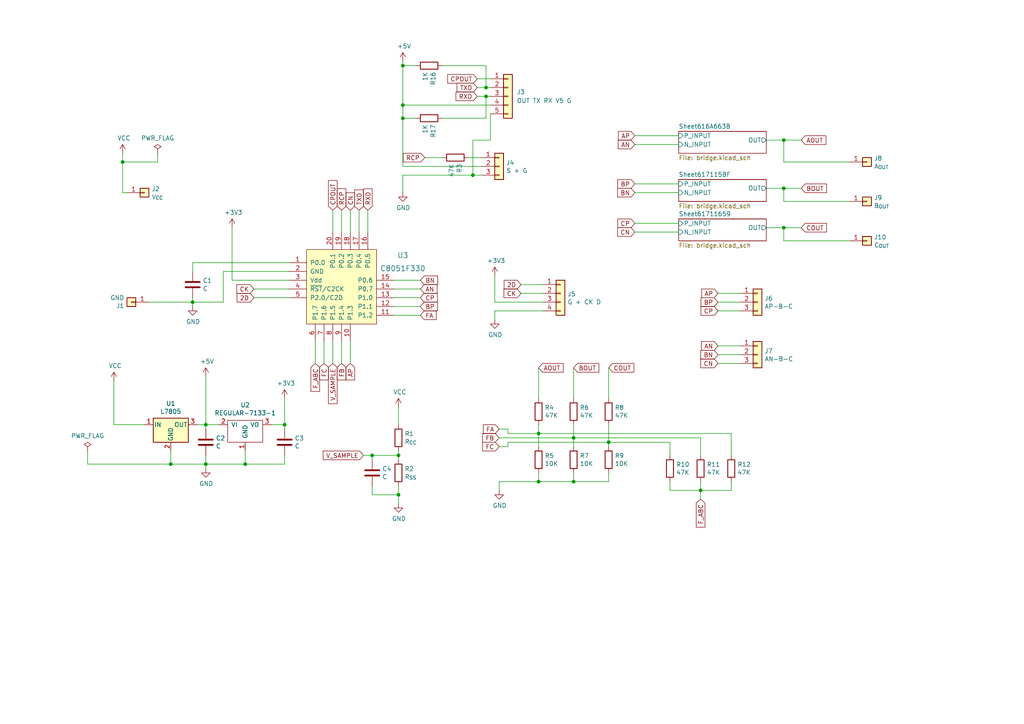
<source format=kicad_sch>
(kicad_sch (version 20211123) (generator eeschema)
  (paper "A4")
  (lib_symbols
    (symbol "Connector_Generic:Conn_01x01" (pin_names (offset 1.016) hide)
      (property "Reference" "J" (at 0 2.54 0))
      (property "Value" "Conn_01x01" (at 0 -2.54 0))
      (symbol "Conn_01x01_1_1"
        (rectangle (start -1.27 0.127) (end 0 -0.127) (stroke (width 0.1524)))
        (rectangle (start -1.27 1.27) (end 1.27 -1.27) (stroke (width 0.254)) (fill (type background)))
        (pin passive line (at -5.08 0 0) (length 3.81) (name "Pin_1") (number "1"))
      )
    )
    (symbol "Connector_Generic:Conn_01x03" (pin_names (offset 1.016) hide)
      (property "Reference" "J" (at 0 5.08 0))
      (property "Value" "Conn_01x03" (at 0 -5.08 0))
      (symbol "Conn_01x03_1_1"
        (rectangle (start -1.27 -2.413) (end 0 -2.667) (stroke (width 0.1524)))
        (rectangle (start -1.27 0.127) (end 0 -0.127) (stroke (width 0.1524)))
        (rectangle (start -1.27 2.667) (end 0 2.413) (stroke (width 0.1524)))
        (rectangle (start -1.27 3.81) (end 1.27 -3.81) (stroke (width 0.254)) (fill (type background)))
        (pin passive line (at -5.08 2.54 0) (length 3.81) (name "Pin_1") (number "1"))
        (pin passive line (at -5.08 0 0) (length 3.81) (name "Pin_2") (number "2"))
        (pin passive line (at -5.08 -2.54 0) (length 3.81) (name "Pin_3") (number "3"))
      )
    )
    (symbol "Connector_Generic:Conn_01x04" (pin_names (offset 1.016) hide)
      (property "Reference" "J" (at 0 5.08 0))
      (property "Value" "Conn_01x04" (at 0 -7.62 0))
      (symbol "Conn_01x04_1_1"
        (rectangle (start -1.27 -4.953) (end 0 -5.207) (stroke (width 0.1524)))
        (rectangle (start -1.27 -2.413) (end 0 -2.667) (stroke (width 0.1524)))
        (rectangle (start -1.27 0.127) (end 0 -0.127) (stroke (width 0.1524)))
        (rectangle (start -1.27 2.667) (end 0 2.413) (stroke (width 0.1524)))
        (rectangle (start -1.27 3.81) (end 1.27 -6.35) (stroke (width 0.254)) (fill (type background)))
        (pin passive line (at -5.08 2.54 0) (length 3.81) (name "Pin_1") (number "1"))
        (pin passive line (at -5.08 0 0) (length 3.81) (name "Pin_2") (number "2"))
        (pin passive line (at -5.08 -2.54 0) (length 3.81) (name "Pin_3") (number "3"))
        (pin passive line (at -5.08 -5.08 0) (length 3.81) (name "Pin_4") (number "4"))
      )
    )
    (symbol "Connector_Generic:Conn_01x05" (pin_names (offset 1.016) hide)
      (property "Reference" "J" (at 0 7.62 0))
      (property "Value" "Conn_01x05" (at 0 -7.62 0))
      (symbol "Conn_01x05_1_1"
        (rectangle (start -1.27 -4.953) (end 0 -5.207) (stroke (width 0.1524)))
        (rectangle (start -1.27 -2.413) (end 0 -2.667) (stroke (width 0.1524)))
        (rectangle (start -1.27 0.127) (end 0 -0.127) (stroke (width 0.1524)))
        (rectangle (start -1.27 2.667) (end 0 2.413) (stroke (width 0.1524)))
        (rectangle (start -1.27 5.207) (end 0 4.953) (stroke (width 0.1524)))
        (rectangle (start -1.27 6.35) (end 1.27 -6.35) (stroke (width 0.254)) (fill (type background)))
        (pin passive line (at -5.08 5.08 0) (length 3.81) (name "Pin_1") (number "1"))
        (pin passive line (at -5.08 2.54 0) (length 3.81) (name "Pin_2") (number "2"))
        (pin passive line (at -5.08 0 0) (length 3.81) (name "Pin_3") (number "3"))
        (pin passive line (at -5.08 -2.54 0) (length 3.81) (name "Pin_4") (number "4"))
        (pin passive line (at -5.08 -5.08 0) (length 3.81) (name "Pin_5") (number "5"))
      )
    )
    (symbol "Device:C" (pin_numbers hide) (pin_names (offset 0.254))
      (property "Reference" "C" (at 0.635 2.54 0))
      (property "Value" "C" (at 0.635 -2.54 0))
      (symbol "C_0_1"
        (polyline (pts (xy -2.032 -0.762) (xy 2.032 -0.762)) (stroke (width 0.508)))
        (polyline (pts (xy -2.032 0.762) (xy 2.032 0.762)) (stroke (width 0.508)))
      )
      (symbol "C_1_1"
        (pin passive line (at 0 3.81 270) (length 2.794) (name "~") (number "1"))
        (pin passive line (at 0 -3.81 90) (length 2.794) (name "~") (number "2"))
      )
    )
    (symbol "Device:R" (pin_numbers hide) (pin_names (offset 0))
      (property "Reference" "R" (at 2.032 0 90))
      (property "Value" "R" (at 0 0 90))
      (symbol "R_0_1"
        (rectangle (start -1.016 -2.54) (end 1.016 2.54) (stroke (width 0.254)))
      )
      (symbol "R_1_1"
        (pin passive line (at 0 3.81 270) (length 1.27) (name "~") (number "1"))
        (pin passive line (at 0 -3.81 90) (length 1.27) (name "~") (number "2"))
      )
    )
    (symbol "Regulator_Linear:L7805" (pin_names (offset 0.254))
      (property "Reference" "U" (at -3.81 3.175 0))
      (property "Value" "L7805" (at 0 3.175 0))
      (symbol "L7805_0_1"
        (rectangle (start -5.08 1.905) (end 5.08 -5.08) (stroke (width 0.254)) (fill (type background)))
      )
      (symbol "L7805_1_1"
        (pin power_in line (at -7.62 0 0) (length 2.54) (name "IN") (number "1"))
        (pin power_in line (at 0 -7.62 90) (length 2.54) (name "GND") (number "2"))
        (pin power_out line (at 7.62 0 180) (length 2.54) (name "OUT") (number "3"))
      )
    )
    (symbol "power:+3.3V" (power) (pin_names (offset 0))
      (property "Value" "+3.3V" (at 0 3.556 0))
      (symbol "+3.3V_0_1"
        (polyline (pts (xy -0.762 1.27) (xy 0 2.54)))
        (polyline (pts (xy 0 0) (xy 0 2.54)))
        (polyline (pts (xy 0 2.54) (xy 0.762 1.27)))
      )
      (symbol "+3.3V_1_1"
        (pin power_in line (at 0 0 90) (length 0) hide (name "+3V3") (number "1"))
      )
    )
    (symbol "power:+5V" (power) (pin_names (offset 0))
      (property "Value" "+5V" (at 0 3.556 0))
      (symbol "+5V_0_1"
        (polyline (pts (xy -0.762 1.27) (xy 0 2.54)))
        (polyline (pts (xy 0 0) (xy 0 2.54)))
        (polyline (pts (xy 0 2.54) (xy 0.762 1.27)))
      )
      (symbol "+5V_1_1"
        (pin power_in line (at 0 0 90) (length 0) hide (name "+5V") (number "1"))
      )
    )
    (symbol "power:GND" (power) (pin_names (offset 0))
      (property "Value" "GND" (at 0 -3.81 0))
      (symbol "GND_0_1"
        (polyline (pts (xy 0 0) (xy 0 -1.27) (xy 1.27 -1.27) (xy 0 -2.54) (xy -1.27 -1.27) (xy 0 -1.27)))
      )
      (symbol "GND_1_1"
        (pin power_in line (at 0 0 270) (length 0) hide (name "GND") (number "1"))
      )
    )
    (symbol "power:PWR_FLAG" (power) (pin_numbers hide) (pin_names (offset 0) hide)
      (property "Value" "PWR_FLAG" (at 0 3.81 0))
      (symbol "PWR_FLAG_0_0"
        (pin power_out line (at 0 0 90) (length 0) (name "pwr") (number "1"))
      )
      (symbol "PWR_FLAG_0_1"
        (polyline (pts (xy 0 0) (xy 0 1.27) (xy -1.016 1.905) (xy 0 2.54) (xy 1.016 1.905) (xy 0 1.27)))
      )
    )
    (symbol "power:VCC" (power) (pin_names (offset 0))
      (property "Value" "VCC" (at 0 3.81 0))
      (symbol "VCC_0_1"
        (polyline (pts (xy -0.762 1.27) (xy 0 2.54)))
        (polyline (pts (xy 0 0) (xy 0 2.54)))
        (polyline (pts (xy 0 2.54) (xy 0.762 1.27)))
      )
      (symbol "VCC_1_1"
        (pin power_in line (at 0 0 90) (length 0) hide (name "VCC") (number "1"))
      )
    )
    (symbol "sch_component:C8051F330" (pin_names (offset 1.016))
      (property "Reference" "U" (at -13.97 12.7 0))
      (property "Value" "C8051F330" (at 0 16.51 0))
      (symbol "C8051F330_0_1"
        (rectangle (start -12.7 8.89) (end 7.62 -12.7) (fill (type background)))
      )
      (symbol "C8051F330_1_1"
        (pin bidirectional line (at -17.78 5.08 0) (length 5.08) (name "P0.0") (number "1"))
        (pin bidirectional line (at 0 -17.78 90) (length 5.08) (name "P1.3") (number "10"))
        (pin bidirectional line (at 12.7 -10.16 180) (length 5.08) (name "P1.2") (number "11"))
        (pin bidirectional line (at 12.7 -7.62 180) (length 5.08) (name "P1.1") (number "12"))
        (pin bidirectional line (at 12.7 -5.08 180) (length 5.08) (name "P1.0") (number "13"))
        (pin bidirectional line (at 12.7 -2.54 180) (length 5.08) (name "P0.7") (number "14"))
        (pin bidirectional line (at 12.7 0 180) (length 5.08) (name "P0.6") (number "15"))
        (pin bidirectional line (at 5.08 13.97 270) (length 5.08) (name "P0.5") (number "16"))
        (pin bidirectional line (at 2.54 13.97 270) (length 5.08) (name "P0.4") (number "17"))
        (pin bidirectional line (at 0 13.97 270) (length 5.08) (name "P0.3") (number "18"))
        (pin bidirectional line (at -2.54 13.97 270) (length 5.08) (name "P0.2") (number "19"))
        (pin power_in line (at -17.78 2.54 0) (length 5.08) (name "GND") (number "2"))
        (pin bidirectional line (at -5.08 13.97 270) (length 5.08) (name "P0.1") (number "20"))
        (pin power_in line (at -17.78 0 0) (length 5.08) (name "Vdd") (number "3"))
        (pin bidirectional line (at -17.78 -2.54 0) (length 5.08) (name "~{RST}/C2CK") (number "4"))
        (pin bidirectional line (at -17.78 -5.08 0) (length 5.08) (name "P2.0/C2D") (number "5"))
        (pin bidirectional line (at -10.16 -17.78 90) (length 5.08) (name "P1.7") (number "6"))
        (pin bidirectional line (at -7.62 -17.78 90) (length 5.08) (name "P1.6") (number "7"))
        (pin bidirectional line (at -5.08 -17.78 90) (length 5.08) (name "P1.5") (number "8"))
        (pin bidirectional line (at -2.54 -17.78 90) (length 5.08) (name "P1.4") (number "9"))
      )
    )
    (symbol "sch_component:REGULAR-7133-1" (pin_names (offset 1.016))
      (property "Reference" "U" (at 0 3.81 0))
      (property "Value" "sch_component_REGULAR-7133-1" (at 0 6.35 0))
      (symbol "REGULAR-7133-1_0_1"
        (rectangle (start -5.08 2.54) (end 5.08 -3.81))
      )
      (symbol "REGULAR-7133-1_1_1"
        (pin power_in line (at 0 -6.35 90) (length 2.54) (name "GND") (number "1"))
        (pin power_in line (at -7.62 1.27 0) (length 2.54) (name "VI") (number "2"))
        (pin power_out line (at 7.62 1.27 180) (length 2.54) (name "VO") (number "3"))
      )
    )
  )
  (junction (at 140.97 25.4))
  (junction (at 227.33 40.64))
  (junction (at 59.69 123.19))
  (junction (at 137.16 50.8))
  (junction (at 166.37 127))
  (junction (at 82.55 123.19))
  (junction (at 49.53 134.62))
  (junction (at 140.97 27.94))
  (junction (at 107.95 132.08))
  (junction (at 203.2 142.24))
  (junction (at 116.84 30.48))
  (junction (at 116.84 34.29))
  (junction (at 71.12 134.62))
  (junction (at 59.69 134.62))
  (junction (at 116.84 19.05))
  (junction (at 156.21 125.73))
  (junction (at 176.53 128.27))
  (junction (at 166.37 139.7))
  (junction (at 115.57 143.51))
  (junction (at 227.33 66.04))
  (junction (at 55.88 87.63))
  (junction (at 35.56 46.99))
  (junction (at 156.21 139.7))
  (junction (at 227.33 54.61))
  (junction (at 115.57 132.08))
  (wire (pts (xy 194.31 139.7) (xy 194.31 142.24)))
  (wire (pts (xy 33.02 110.49) (xy 33.02 123.19)))
  (wire (pts (xy 208.28 90.17) (xy 214.63 90.17)))
  (wire (pts (xy 114.3 88.9) (xy 121.92 88.9)))
  (wire (pts (xy 45.72 44.45) (xy 45.72 46.99)))
  (wire (pts (xy 83.82 78.74) (xy 64.77 78.74)))
  (wire (pts (xy 142.24 40.64) (xy 137.16 40.64)))
  (wire (pts (xy 232.41 40.64) (xy 227.33 40.64)))
  (wire (pts (xy 140.97 34.29) (xy 140.97 27.94)))
  (wire (pts (xy 82.55 134.62) (xy 82.55 132.08)))
  (wire (pts (xy 45.72 46.99) (xy 35.56 46.99)))
  (wire (pts (xy 144.78 127) (xy 166.37 127)))
  (wire (pts (xy 116.84 19.05) (xy 116.84 17.78)))
  (wire (pts (xy 96.52 60.96) (xy 96.52 67.31)))
  (wire (pts (xy 156.21 123.19) (xy 156.21 125.73)))
  (wire (pts (xy 222.25 54.61) (xy 227.33 54.61)))
  (wire (pts (xy 176.53 128.27) (xy 194.31 128.27)))
  (wire (pts (xy 101.6 67.31) (xy 101.6 60.96)))
  (wire (pts (xy 147.32 125.73) (xy 147.32 124.46)))
  (wire (pts (xy 166.37 137.16) (xy 166.37 139.7)))
  (wire (pts (xy 227.33 58.42) (xy 227.33 54.61)))
  (wire (pts (xy 59.69 132.08) (xy 59.69 134.62)))
  (wire (pts (xy 59.69 134.62) (xy 49.53 134.62)))
  (wire (pts (xy 222.25 40.64) (xy 227.33 40.64)))
  (wire (pts (xy 232.41 54.61) (xy 227.33 54.61)))
  (wire (pts (xy 55.88 86.36) (xy 55.88 87.63)))
  (wire (pts (xy 203.2 142.24) (xy 203.2 144.78)))
  (wire (pts (xy 176.53 106.68) (xy 176.53 115.57)))
  (wire (pts (xy 156.21 106.68) (xy 156.21 115.57)))
  (wire (pts (xy 64.77 87.63) (xy 55.88 87.63)))
  (wire (pts (xy 227.33 66.04) (xy 227.33 69.85)))
  (wire (pts (xy 114.3 91.44) (xy 121.92 91.44)))
  (wire (pts (xy 203.2 127) (xy 203.2 132.08)))
  (wire (pts (xy 57.15 123.19) (xy 59.69 123.19)))
  (wire (pts (xy 184.15 55.88) (xy 196.85 55.88)))
  (wire (pts (xy 115.57 130.81) (xy 115.57 132.08)))
  (wire (pts (xy 82.55 115.57) (xy 82.55 123.19)))
  (wire (pts (xy 35.56 46.99) (xy 35.56 44.45)))
  (wire (pts (xy 59.69 123.19) (xy 59.69 124.46)))
  (wire (pts (xy 166.37 123.19) (xy 166.37 127)))
  (wire (pts (xy 59.69 109.22) (xy 59.69 123.19)))
  (wire (pts (xy 176.53 137.16) (xy 176.53 139.7)))
  (wire (pts (xy 142.24 33.02) (xy 142.24 40.64)))
  (wire (pts (xy 184.15 39.37) (xy 196.85 39.37)))
  (wire (pts (xy 156.21 137.16) (xy 156.21 139.7)))
  (wire (pts (xy 212.09 142.24) (xy 203.2 142.24)))
  (wire (pts (xy 157.48 90.17) (xy 143.51 90.17)))
  (wire (pts (xy 83.82 76.2) (xy 55.88 76.2)))
  (wire (pts (xy 137.16 50.8) (xy 116.84 50.8)))
  (wire (pts (xy 104.14 67.31) (xy 104.14 60.96)))
  (wire (pts (xy 71.12 134.62) (xy 82.55 134.62)))
  (wire (pts (xy 116.84 34.29) (xy 120.65 34.29)))
  (wire (pts (xy 99.06 67.31) (xy 99.06 60.96)))
  (wire (pts (xy 137.16 40.64) (xy 137.16 50.8)))
  (wire (pts (xy 246.38 46.99) (xy 227.33 46.99)))
  (wire (pts (xy 128.27 45.72) (xy 123.19 45.72)))
  (wire (pts (xy 33.02 123.19) (xy 41.91 123.19)))
  (wire (pts (xy 55.88 87.63) (xy 43.18 87.63)))
  (wire (pts (xy 166.37 139.7) (xy 156.21 139.7)))
  (wire (pts (xy 208.28 87.63) (xy 214.63 87.63)))
  (wire (pts (xy 78.74 123.19) (xy 82.55 123.19)))
  (wire (pts (xy 91.44 99.06) (xy 91.44 105.41)))
  (wire (pts (xy 176.53 128.27) (xy 176.53 129.54)))
  (wire (pts (xy 208.28 105.41) (xy 214.63 105.41)))
  (wire (pts (xy 212.09 139.7) (xy 212.09 142.24)))
  (wire (pts (xy 49.53 134.62) (xy 25.4 134.62)))
  (wire (pts (xy 73.66 83.82) (xy 83.82 83.82)))
  (wire (pts (xy 208.28 100.33) (xy 214.63 100.33)))
  (wire (pts (xy 176.53 123.19) (xy 176.53 128.27)))
  (wire (pts (xy 83.82 81.28) (xy 67.31 81.28)))
  (wire (pts (xy 156.21 139.7) (xy 144.78 139.7)))
  (wire (pts (xy 64.77 78.74) (xy 64.77 87.63)))
  (wire (pts (xy 184.15 67.31) (xy 196.85 67.31)))
  (wire (pts (xy 166.37 127) (xy 203.2 127)))
  (wire (pts (xy 176.53 139.7) (xy 166.37 139.7)))
  (wire (pts (xy 82.55 124.46) (xy 82.55 123.19)))
  (wire (pts (xy 166.37 106.68) (xy 166.37 115.57)))
  (wire (pts (xy 147.32 125.73) (xy 156.21 125.73)))
  (wire (pts (xy 106.68 60.96) (xy 106.68 67.31)))
  (wire (pts (xy 35.56 55.88) (xy 35.56 46.99)))
  (wire (pts (xy 115.57 132.08) (xy 115.57 133.35)))
  (wire (pts (xy 36.83 55.88) (xy 35.56 55.88)))
  (wire (pts (xy 115.57 140.97) (xy 115.57 143.51)))
  (wire (pts (xy 212.09 125.73) (xy 212.09 132.08)))
  (wire (pts (xy 156.21 125.73) (xy 212.09 125.73)))
  (wire (pts (xy 107.95 132.08) (xy 115.57 132.08)))
  (wire (pts (xy 184.15 64.77) (xy 196.85 64.77)))
  (wire (pts (xy 67.31 81.28) (xy 67.31 66.04)))
  (wire (pts (xy 25.4 134.62) (xy 25.4 130.81)))
  (wire (pts (xy 144.78 124.46) (xy 147.32 124.46)))
  (wire (pts (xy 184.15 53.34) (xy 196.85 53.34)))
  (wire (pts (xy 157.48 87.63) (xy 143.51 87.63)))
  (wire (pts (xy 138.43 25.4) (xy 140.97 25.4)))
  (wire (pts (xy 140.97 25.4) (xy 142.24 25.4)))
  (wire (pts (xy 116.84 34.29) (xy 116.84 30.48)))
  (wire (pts (xy 93.98 99.06) (xy 93.98 105.41)))
  (wire (pts (xy 115.57 118.11) (xy 115.57 123.19)))
  (wire (pts (xy 59.69 123.19) (xy 63.5 123.19)))
  (wire (pts (xy 144.78 139.7) (xy 144.78 142.24)))
  (wire (pts (xy 246.38 58.42) (xy 227.33 58.42)))
  (wire (pts (xy 115.57 143.51) (xy 115.57 146.05)))
  (wire (pts (xy 49.53 134.62) (xy 49.53 130.81)))
  (wire (pts (xy 128.27 34.29) (xy 140.97 34.29)))
  (wire (pts (xy 114.3 86.36) (xy 121.92 86.36)))
  (wire (pts (xy 147.32 128.27) (xy 176.53 128.27)))
  (wire (pts (xy 96.52 99.06) (xy 96.52 105.41)))
  (wire (pts (xy 71.12 134.62) (xy 59.69 134.62)))
  (wire (pts (xy 138.43 22.86) (xy 142.24 22.86)))
  (wire (pts (xy 143.51 90.17) (xy 143.51 92.71)))
  (wire (pts (xy 147.32 129.54) (xy 144.78 129.54)))
  (wire (pts (xy 194.31 128.27) (xy 194.31 132.08)))
  (wire (pts (xy 227.33 69.85) (xy 246.38 69.85)))
  (wire (pts (xy 139.7 45.72) (xy 135.89 45.72)))
  (wire (pts (xy 101.6 99.06) (xy 101.6 105.41)))
  (wire (pts (xy 140.97 19.05) (xy 140.97 25.4)))
  (wire (pts (xy 55.88 76.2) (xy 55.88 78.74)))
  (wire (pts (xy 116.84 48.26) (xy 116.84 34.29)))
  (wire (pts (xy 143.51 87.63) (xy 143.51 80.01)))
  (wire (pts (xy 147.32 128.27) (xy 147.32 129.54)))
  (wire (pts (xy 107.95 140.97) (xy 107.95 143.51)))
  (wire (pts (xy 116.84 30.48) (xy 116.84 19.05)))
  (wire (pts (xy 194.31 142.24) (xy 203.2 142.24)))
  (wire (pts (xy 99.06 99.06) (xy 99.06 105.41)))
  (wire (pts (xy 107.95 132.08) (xy 107.95 133.35)))
  (wire (pts (xy 232.41 66.04) (xy 227.33 66.04)))
  (wire (pts (xy 156.21 125.73) (xy 156.21 129.54)))
  (wire (pts (xy 139.7 50.8) (xy 137.16 50.8)))
  (wire (pts (xy 71.12 130.81) (xy 71.12 134.62)))
  (wire (pts (xy 157.48 85.09) (xy 151.13 85.09)))
  (wire (pts (xy 184.15 41.91) (xy 196.85 41.91)))
  (wire (pts (xy 140.97 27.94) (xy 142.24 27.94)))
  (wire (pts (xy 116.84 19.05) (xy 120.65 19.05)))
  (wire (pts (xy 166.37 127) (xy 166.37 129.54)))
  (wire (pts (xy 114.3 83.82) (xy 121.92 83.82)))
  (wire (pts (xy 73.66 86.36) (xy 83.82 86.36)))
  (wire (pts (xy 59.69 135.89) (xy 59.69 134.62)))
  (wire (pts (xy 203.2 139.7) (xy 203.2 142.24)))
  (wire (pts (xy 55.88 87.63) (xy 55.88 88.9)))
  (wire (pts (xy 208.28 85.09) (xy 214.63 85.09)))
  (wire (pts (xy 116.84 30.48) (xy 142.24 30.48)))
  (wire (pts (xy 128.27 19.05) (xy 140.97 19.05)))
  (wire (pts (xy 157.48 82.55) (xy 151.13 82.55)))
  (wire (pts (xy 105.41 132.08) (xy 107.95 132.08)))
  (wire (pts (xy 208.28 102.87) (xy 214.63 102.87)))
  (wire (pts (xy 114.3 81.28) (xy 121.92 81.28)))
  (wire (pts (xy 227.33 46.99) (xy 227.33 40.64)))
  (wire (pts (xy 138.43 27.94) (xy 140.97 27.94)))
  (wire (pts (xy 222.25 66.04) (xy 227.33 66.04)))
  (wire (pts (xy 139.7 48.26) (xy 116.84 48.26)))
  (wire (pts (xy 116.84 50.8) (xy 116.84 55.88)))
  (wire (pts (xy 107.95 143.51) (xy 115.57 143.51)))
  (global_label "CP" (shape input) (at 121.92 86.36 0) (property "Intersheet References" "${INTERSHEET_REFS}" (effects hide)))
  (global_label "AP" (shape input) (at 184.15 39.37 180) (property "Intersheet References" "${INTERSHEET_REFS}" (effects hide)))
  (global_label "CN" (shape input) (at 101.6 60.96 90) (property "Intersheet References" "${INTERSHEET_REFS}" (effects hide)))
  (global_label "COUT" (shape input) (at 232.41 66.04 0) (property "Intersheet References" "${INTERSHEET_REFS}" (effects hide)))
  (global_label "CK" (shape input) (at 73.66 83.82 180) (property "Intersheet References" "${INTERSHEET_REFS}" (effects hide)))
  (global_label "CN" (shape input) (at 208.28 105.41 180) (property "Intersheet References" "${INTERSHEET_REFS}" (effects hide)))
  (global_label "F_ABC" (shape input) (at 91.44 105.41 270) (property "Intersheet References" "${INTERSHEET_REFS}" (effects hide)))
  (global_label "AOUT" (shape input) (at 232.41 40.64 0) (property "Intersheet References" "${INTERSHEET_REFS}" (effects hide)))
  (global_label "F_ABC" (shape input) (at 203.2 144.78 270) (property "Intersheet References" "${INTERSHEET_REFS}" (effects hide)))
  (global_label "BN" (shape input) (at 208.28 102.87 180) (property "Intersheet References" "${INTERSHEET_REFS}" (effects hide)))
  (global_label "BP" (shape input) (at 208.28 87.63 180) (property "Intersheet References" "${INTERSHEET_REFS}" (effects hide)))
  (global_label "AN" (shape input) (at 208.28 100.33 180) (property "Intersheet References" "${INTERSHEET_REFS}" (effects hide)))
  (global_label "FC" (shape input) (at 144.78 129.54 180) (property "Intersheet References" "${INTERSHEET_REFS}" (effects hide)))
  (global_label "FB" (shape input) (at 99.06 105.41 270) (property "Intersheet References" "${INTERSHEET_REFS}" (effects hide)))
  (global_label "2D" (shape input) (at 151.13 82.55 180) (property "Intersheet References" "${INTERSHEET_REFS}" (effects hide)))
  (global_label "RXD" (shape input) (at 138.43 27.94 180) (property "Intersheet References" "${INTERSHEET_REFS}" (effects hide)))
  (global_label "BP" (shape input) (at 184.15 53.34 180) (property "Intersheet References" "${INTERSHEET_REFS}" (effects hide)))
  (global_label "AN" (shape input) (at 184.15 41.91 180) (property "Intersheet References" "${INTERSHEET_REFS}" (effects hide)))
  (global_label "FB" (shape input) (at 144.78 127 180) (property "Intersheet References" "${INTERSHEET_REFS}" (effects hide)))
  (global_label "RXD" (shape input) (at 106.68 60.96 90) (property "Intersheet References" "${INTERSHEET_REFS}" (effects hide)))
  (global_label "BN" (shape input) (at 121.92 81.28 0) (property "Intersheet References" "${INTERSHEET_REFS}" (effects hide)))
  (global_label "FA" (shape input) (at 121.92 91.44 0) (property "Intersheet References" "${INTERSHEET_REFS}" (effects hide)))
  (global_label "AN" (shape input) (at 121.92 83.82 0) (property "Intersheet References" "${INTERSHEET_REFS}" (effects hide)))
  (global_label "CPOUT" (shape input) (at 138.43 22.86 180) (property "Intersheet References" "${INTERSHEET_REFS}" (effects hide)))
  (global_label "AP" (shape input) (at 101.6 105.41 270) (property "Intersheet References" "${INTERSHEET_REFS}" (effects hide)))
  (global_label "RCP" (shape input) (at 99.06 60.96 90) (property "Intersheet References" "${INTERSHEET_REFS}" (effects hide)))
  (global_label "CP" (shape input) (at 184.15 64.77 180) (property "Intersheet References" "${INTERSHEET_REFS}" (effects hide)))
  (global_label "CN" (shape input) (at 184.15 67.31 180) (property "Intersheet References" "${INTERSHEET_REFS}" (effects hide)))
  (global_label "FA" (shape input) (at 144.78 124.46 180) (property "Intersheet References" "${INTERSHEET_REFS}" (effects hide)))
  (global_label "BP" (shape input) (at 121.92 88.9 0) (property "Intersheet References" "${INTERSHEET_REFS}" (effects hide)))
  (global_label "V_SAMPLE" (shape input) (at 105.41 132.08 180) (property "Intersheet References" "${INTERSHEET_REFS}" (effects hide)))
  (global_label "CPOUT" (shape input) (at 96.52 60.96 90) (property "Intersheet References" "${INTERSHEET_REFS}" (effects hide)))
  (global_label "COUT" (shape input) (at 176.53 106.68 0) (property "Intersheet References" "${INTERSHEET_REFS}" (effects hide)))
  (global_label "RCP" (shape input) (at 123.19 45.72 180) (property "Intersheet References" "${INTERSHEET_REFS}" (effects hide)))
  (global_label "V_SAMPLE" (shape input) (at 96.52 105.41 270) (property "Intersheet References" "${INTERSHEET_REFS}" (effects hide)))
  (global_label "BOUT" (shape input) (at 166.37 106.68 0) (property "Intersheet References" "${INTERSHEET_REFS}" (effects hide)))
  (global_label "FC" (shape input) (at 93.98 105.41 270) (property "Intersheet References" "${INTERSHEET_REFS}" (effects hide)))
  (global_label "AOUT" (shape input) (at 156.21 106.68 0) (property "Intersheet References" "${INTERSHEET_REFS}" (effects hide)))
  (global_label "2D" (shape input) (at 73.66 86.36 180) (property "Intersheet References" "${INTERSHEET_REFS}" (effects hide)))
  (global_label "TXD" (shape input) (at 104.14 60.96 90) (property "Intersheet References" "${INTERSHEET_REFS}" (effects hide)))
  (global_label "AP" (shape input) (at 208.28 85.09 180) (property "Intersheet References" "${INTERSHEET_REFS}" (effects hide)))
  (global_label "BN" (shape input) (at 184.15 55.88 180) (property "Intersheet References" "${INTERSHEET_REFS}" (effects hide)))
  (global_label "CP" (shape input) (at 208.28 90.17 180) (property "Intersheet References" "${INTERSHEET_REFS}" (effects hide)))
  (global_label "TXD" (shape input) (at 138.43 25.4 180) (property "Intersheet References" "${INTERSHEET_REFS}" (effects hide)))
  (global_label "CK" (shape input) (at 151.13 85.09 180) (property "Intersheet References" "${INTERSHEET_REFS}" (effects hide)))
  (global_label "BOUT" (shape input) (at 232.41 54.61 0) (property "Intersheet References" "${INTERSHEET_REFS}" (effects hide)))
  (symbol (lib_id "power:GND") (at 55.88 88.9 0) (unit 1)
    (property "Reference" "#PWR03" (effects hide))
    (property "Value" "GND" (at 56.007 93.2942 0))
  )
  (symbol (lib_id "Device:C") (at 55.88 82.55 0) (unit 1)
    (property "Reference" "C1" (at 58.801 81.3816 0) (effects (justify left)))
    (property "Value" "C" (at 58.801 83.693 0) (effects (justify left)))
    (property "Footprint" "footprint:0603_p1.7xpad1.0" (effects hide))
  )
  (symbol (lib_id "power:+3.3V") (at 67.31 66.04 0) (unit 1)
    (property "Reference" "#PWR06" (effects hide))
    (property "Value" "+3.3V" (at 67.691 61.6458 0))
  )
  (symbol (lib_id "Connector_Generic:Conn_01x04") (at 162.56 85.09 0) (unit 1)
    (property "Reference" "J5" (at 164.592 85.2932 0) (effects (justify left)))
    (property "Value" "G + CK D" (at 164.592 87.6046 0) (effects (justify left)))
    (property "Footprint" "footprint:CONN4-P2.54-DR1.0-W1.5" (effects hide))
  )
  (symbol (lib_id "Device:R") (at 156.21 119.38 0) (unit 1)
    (property "Reference" "R4" (at 157.988 118.2116 0) (effects (justify left)))
    (property "Value" "47K" (at 157.988 120.523 0) (effects (justify left)))
    (property "Footprint" "footprint:0603_p1.7xpad1.0" (effects hide))
  )
  (symbol (lib_id "Device:R") (at 166.37 119.38 0) (unit 1)
    (property "Reference" "R6" (at 168.148 118.2116 0) (effects (justify left)))
    (property "Value" "47K" (at 168.148 120.523 0) (effects (justify left)))
    (property "Footprint" "footprint:0603_p1.7xpad1.0" (effects hide))
  )
  (symbol (lib_id "Device:R") (at 176.53 119.38 0) (unit 1)
    (property "Reference" "R8" (at 178.308 118.2116 0) (effects (justify left)))
    (property "Value" "47K" (at 178.308 120.523 0) (effects (justify left)))
    (property "Footprint" "footprint:0603_p1.7xpad1.0" (effects hide))
  )
  (symbol (lib_id "Device:R") (at 156.21 133.35 0) (unit 1)
    (property "Reference" "R5" (at 157.988 132.1816 0) (effects (justify left)))
    (property "Value" "10K" (at 157.988 134.493 0) (effects (justify left)))
    (property "Footprint" "footprint:0603_p1.7xpad1.0" (effects hide))
  )
  (symbol (lib_id "Device:R") (at 166.37 133.35 0) (unit 1)
    (property "Reference" "R7" (at 168.148 132.1816 0) (effects (justify left)))
    (property "Value" "10K" (at 168.148 134.493 0) (effects (justify left)))
    (property "Footprint" "footprint:0603_p1.7xpad1.0" (effects hide))
  )
  (symbol (lib_id "Device:R") (at 176.53 133.35 0) (unit 1)
    (property "Reference" "R9" (at 178.308 132.1816 0) (effects (justify left)))
    (property "Value" "10K" (at 178.308 134.493 0) (effects (justify left)))
    (property "Footprint" "footprint:0603_p1.7xpad1.0" (effects hide))
  )
  (symbol (lib_id "power:GND") (at 144.78 142.24 0) (unit 1)
    (property "Reference" "#PWR014" (effects hide))
    (property "Value" "GND" (at 144.907 146.6342 0))
  )
  (symbol (lib_id "Connector_Generic:Conn_01x01") (at 251.46 46.99 0) (unit 1)
    (property "Reference" "J8" (at 253.492 45.9232 0) (effects (justify left)))
    (property "Value" "A_{OUT}" (at 253.492 48.2346 0) (effects (justify left)))
    (property "Footprint" "MountingHole:MountingHole_2.5mm_Pad_TopBottom" (effects hide))
  )
  (symbol (lib_id "Device:R") (at 194.31 135.89 0) (unit 1)
    (property "Reference" "R10" (at 196.088 134.7216 0) (effects (justify left)))
    (property "Value" "47K" (at 196.088 137.033 0) (effects (justify left)))
    (property "Footprint" "footprint:0603_p1.7xpad1.0" (effects hide))
  )
  (symbol (lib_id "Device:R") (at 203.2 135.89 0) (unit 1)
    (property "Reference" "R11" (at 204.978 134.7216 0) (effects (justify left)))
    (property "Value" "47K" (at 204.978 137.033 0) (effects (justify left)))
    (property "Footprint" "footprint:0603_p1.7xpad1.0" (effects hide))
  )
  (symbol (lib_id "Device:R") (at 212.09 135.89 0) (unit 1)
    (property "Reference" "R12" (at 213.868 134.7216 0) (effects (justify left)))
    (property "Value" "47K" (at 213.868 137.033 0) (effects (justify left)))
    (property "Footprint" "footprint:0603_p1.7xpad1.0" (effects hide))
  )
  (symbol (lib_id "Connector_Generic:Conn_01x01") (at 251.46 58.42 0) (unit 1)
    (property "Reference" "J9" (at 253.492 57.3532 0) (effects (justify left)))
    (property "Value" "B_{OUT}" (at 253.492 59.6646 0) (effects (justify left)))
    (property "Footprint" "MountingHole:MountingHole_2.5mm_Pad_TopBottom" (effects hide))
  )
  (symbol (lib_id "Connector_Generic:Conn_01x01") (at 251.46 69.85 0) (unit 1)
    (property "Reference" "J10" (at 253.492 68.7832 0) (effects (justify left)))
    (property "Value" "C_{OUT}" (at 253.492 71.0946 0) (effects (justify left)))
    (property "Footprint" "MountingHole:MountingHole_2.5mm_Pad_TopBottom" (effects hide))
  )
  (symbol (lib_id "Connector_Generic:Conn_01x01") (at 41.91 55.88 0) (unit 1)
    (property "Reference" "J2" (at 43.942 54.8132 0) (effects (justify left)))
    (property "Value" "V_{CC}" (at 43.942 57.1246 0) (effects (justify left)))
    (property "Footprint" "MountingHole:MountingHole_2.5mm_Pad_TopBottom" (effects hide))
  )
  (symbol (lib_id "Connector_Generic:Conn_01x01") (at 38.1 87.63 180) (unit 1)
    (property "Reference" "J1" (at 36.068 88.6968 0) (effects (justify left)))
    (property "Value" "GND" (at 36.068 86.3854 0) (effects (justify left)))
    (property "Footprint" "MountingHole:MountingHole_2.5mm_Pad_TopBottom" (effects hide))
  )
  (symbol (lib_id "power:VCC") (at 35.56 44.45 0) (unit 1)
    (property "Reference" "#PWR02" (effects hide))
    (property "Value" "VCC" (at 35.941 40.0558 0))
  )
  (symbol (lib_id "power:VCC") (at 33.02 110.49 0) (unit 1)
    (property "Reference" "#PWR01" (effects hide))
    (property "Value" "VCC" (at 33.401 106.0958 0))
  )
  (symbol (lib_id "power:GND") (at 59.69 135.89 0) (unit 1)
    (property "Reference" "#PWR05" (effects hide))
    (property "Value" "GND" (at 59.817 140.2842 0))
  )
  (symbol (lib_id "power:+3.3V") (at 82.55 115.57 0) (unit 1)
    (property "Reference" "#PWR07" (effects hide))
    (property "Value" "+3.3V" (at 82.931 111.1758 0))
  )
  (symbol (lib_id "power:GND") (at 143.51 92.71 0) (unit 1)
    (property "Reference" "#PWR013" (effects hide))
    (property "Value" "GND" (at 143.637 97.1042 0))
  )
  (symbol (lib_id "power:+3.3V") (at 143.51 80.01 0) (unit 1)
    (property "Reference" "#PWR012" (effects hide))
    (property "Value" "+3.3V" (at 143.891 75.6158 0))
  )
  (symbol (lib_id "Device:R") (at 115.57 127 0) (unit 1)
    (property "Reference" "R1" (at 117.348 125.8316 0) (effects (justify left)))
    (property "Value" "R_{CC}" (at 117.348 128.143 0) (effects (justify left)))
    (property "Footprint" "footprint:0603_p1.7xpad1.0" (effects hide))
  )
  (symbol (lib_id "Device:R") (at 115.57 137.16 0) (unit 1)
    (property "Reference" "R2" (at 117.348 135.9916 0) (effects (justify left)))
    (property "Value" "R_{SS}" (at 117.348 138.303 0) (effects (justify left)))
    (property "Footprint" "footprint:0603_p1.7xpad1.0" (effects hide))
  )
  (symbol (lib_id "power:VCC") (at 115.57 118.11 0) (unit 1)
    (property "Reference" "#PWR08" (effects hide))
    (property "Value" "VCC" (at 115.951 113.7158 0))
  )
  (symbol (lib_id "power:GND") (at 115.57 146.05 0) (unit 1)
    (property "Reference" "#PWR09" (effects hide))
    (property "Value" "GND" (at 115.697 150.4442 0))
  )
  (symbol (lib_id "Device:C") (at 107.95 137.16 0) (unit 1)
    (property "Reference" "C4" (at 110.871 135.9916 0) (effects (justify left)))
    (property "Value" "C" (at 110.871 138.303 0) (effects (justify left)))
    (property "Footprint" "footprint:0603_p1.7xpad1.0" (effects hide))
  )
  (symbol (lib_id "Regulator_Linear:L7805") (at 49.53 123.19 0) (unit 1)
    (property "Reference" "U1" (at 49.53 117.0432 0))
    (property "Value" "L7805" (at 49.53 119.3546 0))
    (property "Footprint" "Package_TO_SOT_SMD:TO-252-2" (effects hide))
    (property "Datasheet" "http://www.st.com/content/ccc/resource/technical/document/datasheet/41/4f/b3/b0/12/d4/47/88/CD00000444.pdf/files/CD00000444.pdf/jcr:content/translations/en.CD00000444.pdf" (effects hide))
  )
  (symbol (lib_id "sch_component:REGULAR-7133-1") (at 71.12 124.46 0) (unit 1)
    (property "Reference" "U2" (at 71.12 117.475 0))
    (property "Value" "REGULAR-7133-1" (at 71.12 119.7864 0))
    (property "Footprint" "Package_TO_SOT_SMD:SOT-89-3_Handsoldering" (effects hide))
  )
  (symbol (lib_id "power:PWR_FLAG") (at 45.72 44.45 0) (unit 1)
    (property "Reference" "#FLG02" (effects hide))
    (property "Value" "PWR_FLAG" (at 45.72 40.0558 0))
  )
  (symbol (lib_id "power:PWR_FLAG") (at 25.4 130.81 0) (unit 1)
    (property "Reference" "#FLG01" (effects hide))
    (property "Value" "PWR_FLAG" (at 25.4 126.4158 0))
  )
  (symbol (lib_id "Connector_Generic:Conn_01x03") (at 144.78 48.26 0) (unit 1)
    (property "Reference" "J4" (at 146.812 47.1932 0) (effects (justify left)))
    (property "Value" "S + G" (at 146.812 49.5046 0) (effects (justify left)))
    (property "Footprint" "Connector_PinHeader_2.54mm:PinHeader_1x03_P2.54mm_Vertical" (effects hide))
  )
  (symbol (lib_id "power:GND") (at 116.84 55.88 0) (unit 1)
    (property "Reference" "#PWR011" (effects hide))
    (property "Value" "GND" (at 116.967 60.2742 0))
  )
  (symbol (lib_id "Device:R") (at 132.08 45.72 270) (unit 1)
    (property "Reference" "R3" (at 133.2484 47.498 0) (effects (justify left)))
    (property "Value" "47K" (at 130.937 47.498 0) (effects (justify left)))
    (property "Footprint" "footprint:0603_p1.7xpad1.0" (effects hide))
  )
  (symbol (lib_id "Connector_Generic:Conn_01x03") (at 219.71 87.63 0) (unit 1)
    (property "Reference" "J6" (at 221.742 86.5632 0) (effects (justify left)))
    (property "Value" "AP-B-C" (at 221.742 88.8746 0) (effects (justify left)))
    (property "Footprint" "footprint:CONN3-P2.54-DR1.0-W1.5" (effects hide))
  )
  (symbol (lib_id "Connector_Generic:Conn_01x03") (at 219.71 102.87 0) (unit 1)
    (property "Reference" "J7" (at 221.742 101.8032 0) (effects (justify left)))
    (property "Value" "AN-B-C" (at 221.742 104.1146 0) (effects (justify left)))
    (property "Footprint" "footprint:CONN3-P2.54-DR1.0-W1.5" (effects hide))
  )
  (symbol (lib_id "power:+5V") (at 59.69 109.22 0) (unit 1)
    (property "Reference" "#PWR04" (effects hide))
    (property "Value" "+5V" (at 60.071 104.8258 0))
  )
  (symbol (lib_id "Device:C") (at 59.69 128.27 0) (unit 1)
    (property "Reference" "C2" (at 62.611 127.1016 0) (effects (justify left)))
    (property "Value" "C" (at 62.611 129.413 0) (effects (justify left)))
    (property "Footprint" "footprint:0603_p1.7xpad1.0" (effects hide))
  )
  (symbol (lib_id "Device:C") (at 82.55 128.27 0) (unit 1)
    (property "Reference" "C3" (at 85.471 127.1016 0) (effects (justify left)))
    (property "Value" "C" (at 85.471 129.413 0) (effects (justify left)))
    (property "Footprint" "footprint:0603_p1.7xpad1.0" (effects hide))
  )
  (symbol (lib_id "power:+5V") (at 116.84 17.78 0) (unit 1)
    (property "Reference" "#PWR010" (effects hide))
    (property "Value" "+5V" (at 117.221 13.3858 0))
  )
  (symbol (lib_id "Device:R") (at 124.46 19.05 270) (unit 1)
    (property "Reference" "R16" (at 125.6284 20.828 0) (effects (justify left)))
    (property "Value" "1K" (at 123.317 20.828 0) (effects (justify left)))
    (property "Footprint" "footprint:0603_p1.7xpad1.0" (effects hide))
  )
  (symbol (lib_id "sch_component:C8051F330") (at 101.6 81.28 0) (unit 1)
    (property "Reference" "U3" (at 116.84 74.0663 0) (effects (font (size 1.524 1.524))))
    (property "Value" "C8051F330" (at 116.84 77.8763 0) (effects (font (size 1.524 1.524))))
    (property "Footprint" "footprint:QFN-20_EP_4x4_Pitch0.5mm" (effects hide))
  )
  (symbol (lib_id "Device:R") (at 124.46 34.29 270) (unit 1)
    (property "Reference" "R17" (at 125.6284 36.068 0) (effects (justify left)))
    (property "Value" "1K" (at 123.317 36.068 0) (effects (justify left)))
    (property "Footprint" "footprint:0603_p1.7xpad1.0" (effects hide))
  )
  (symbol (lib_id "Connector_Generic:Conn_01x05") (at 147.32 27.94 0) (unit 1)
    (property "Reference" "J3" (at 149.86 26.6699 0) (effects (justify left)))
    (property "Value" "OUT TX RX V5 G" (at 149.86 29.2099 0) (effects (justify left)))
    (property "Footprint" "Connector_PinHeader_2.54mm:PinHeader_1x05_P2.54mm_Vertical" (effects hide))
  )
  (sheet (at 196.85 38.1) (size 25.4 6.35)
    (property "Sheet name" "Sheet616A663B" (at 196.85 37.3884 0) (effects (justify left bottom)))
    (property "Sheet file" "bridge.kicad_sch" (at 196.85 45.0346 0) (effects (justify left top)))
    (pin "N_INPUT" input (at 196.85 41.91 180))
    (pin "OUT" output (at 222.25 40.64 0))
    (pin "P_INPUT" input (at 196.85 39.37 180))
  )
  (sheet (at 196.85 52.07) (size 25.4 6.35)
    (property "Sheet name" "Sheet617115BF" (at 196.85 51.3584 0) (effects (justify left bottom)))
    (property "Sheet file" "bridge.kicad_sch" (at 196.85 59.0046 0) (effects (justify left top)))
    (pin "N_INPUT" input (at 196.85 55.88 180))
    (pin "OUT" output (at 222.25 54.61 0))
    (pin "P_INPUT" input (at 196.85 53.34 180))
  )
  (sheet (at 196.85 63.5) (size 25.4 6.35)
    (property "Sheet name" "Sheet61711659" (at 196.85 62.7884 0) (effects (justify left bottom)))
    (property "Sheet file" "bridge.kicad_sch" (at 196.85 70.4346 0) (effects (justify left top)))
    (pin "N_INPUT" input (at 196.85 67.31 180))
    (pin "OUT" output (at 222.25 66.04 0))
    (pin "P_INPUT" input (at 196.85 64.77 180))
  )
)
</source>
